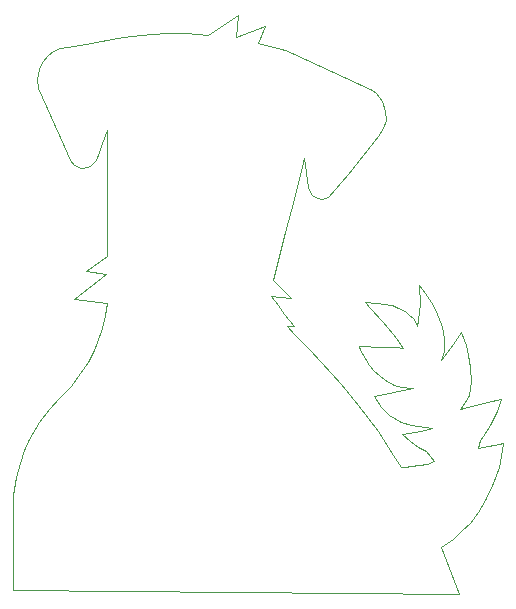
<source format=gbr>
G04 #@! TF.FileFunction,Profile,NP*
%FSLAX46Y46*%
G04 Gerber Fmt 4.6, Leading zero omitted, Abs format (unit mm)*
G04 Created by KiCad (PCBNEW 4.0.7) date 09/19/18 15:31:54*
%MOMM*%
%LPD*%
G01*
G04 APERTURE LIST*
%ADD10C,0.100000*%
G04 APERTURE END LIST*
D10*
X98727528Y-98259439D02*
X98862649Y-98683448D01*
X97531030Y-99271611D02*
X98430442Y-95811789D01*
X107348826Y-119796007D02*
X108054382Y-120281077D01*
X101502895Y-114932854D02*
X99866336Y-113085241D01*
X104645506Y-118890029D02*
X103775193Y-117811695D01*
X107415990Y-121923683D02*
X106910920Y-122004033D01*
X105921470Y-110727651D02*
X106221622Y-111088104D01*
X104288536Y-113819837D02*
X104710856Y-114203119D01*
X106576654Y-122017443D02*
X106576654Y-122017443D01*
X109392705Y-121494220D02*
X108785002Y-121681285D01*
X106607939Y-115202573D02*
X107585978Y-115308224D01*
X106585557Y-118131769D02*
X107462861Y-118448936D01*
X106221622Y-111088104D02*
X106738928Y-111895826D01*
X103172246Y-112104563D02*
X103549831Y-112753836D01*
X95805347Y-106108872D02*
X96804122Y-102067841D01*
X102942339Y-116709501D02*
X101502895Y-114932854D01*
X106702664Y-119174090D02*
X107348826Y-119796007D01*
X104311054Y-115990858D02*
X104876436Y-116886563D01*
X103932245Y-113337519D02*
X104288536Y-113819837D01*
X96723517Y-109010181D02*
X96160183Y-108279996D01*
X106576654Y-122017443D02*
X105921462Y-120955208D01*
X96985118Y-110037171D02*
X97517042Y-110038738D01*
X103045943Y-111694179D02*
X103172246Y-112104563D01*
X104570699Y-108060675D02*
X103531158Y-108025511D01*
X105044829Y-111823222D02*
X103045943Y-111694179D01*
X106171637Y-111855857D02*
X105044829Y-111823222D01*
X104710856Y-114203119D02*
X105230565Y-114609985D01*
X104999641Y-109623748D02*
X105921470Y-110727651D01*
X103549831Y-112753836D02*
X103932245Y-113337519D01*
X97574485Y-110730206D02*
X96985118Y-110037171D01*
X106910920Y-122004033D02*
X106576654Y-122017443D01*
X105593865Y-117573254D02*
X106585557Y-118131769D01*
X106341914Y-108480551D02*
X105808929Y-108292863D01*
X105808929Y-108292863D02*
X105147636Y-108139791D01*
X96160183Y-108279996D02*
X95598969Y-107485777D01*
X103531158Y-108025511D02*
X103989107Y-108552792D01*
X95598969Y-107485777D02*
X97292558Y-107646316D01*
X108054382Y-120281077D02*
X108693792Y-120655903D01*
X109207471Y-118684319D02*
X108274859Y-118891967D01*
X104876436Y-116886563D02*
X105593865Y-117573254D01*
X105230565Y-114609985D02*
X106013623Y-115012072D01*
X103989107Y-108552792D02*
X104999641Y-109623748D01*
X108274859Y-118891967D02*
X106702664Y-119174090D01*
X98430442Y-95811789D02*
X98727528Y-98259439D01*
X96804122Y-102067841D02*
X97531030Y-99271611D01*
X108785002Y-121681285D02*
X107415990Y-121923683D01*
X106738928Y-111895826D02*
X106171637Y-111855857D01*
X105921462Y-120955208D02*
X104645506Y-118890029D01*
X97292558Y-107646316D02*
X95805347Y-106108872D01*
X99866336Y-113085241D02*
X98806527Y-111974304D01*
X107120100Y-108922079D02*
X106908338Y-108782921D01*
X107585978Y-115308224D02*
X104311054Y-115990858D01*
X107462861Y-118448936D02*
X109207471Y-118684319D01*
X108693792Y-120655903D02*
X109392705Y-121494220D01*
X106013623Y-115012072D02*
X106607939Y-115202573D01*
X99486258Y-99204614D02*
X99890941Y-99271010D01*
X97517042Y-110038738D02*
X96723517Y-109010181D01*
X105147636Y-108139791D02*
X104570699Y-108060675D01*
X98806527Y-111974304D02*
X97574485Y-110730206D01*
X106908338Y-108782921D02*
X106341914Y-108480551D01*
X99030730Y-98911408D02*
X99486258Y-99204614D01*
X98862649Y-98683448D02*
X99030730Y-98911408D01*
X103775193Y-117811695D02*
X102942339Y-116709501D01*
X112488291Y-113548536D02*
X112316733Y-112530018D01*
X112046470Y-116450384D02*
X112322534Y-115887785D01*
X114408708Y-123371300D02*
X114863965Y-122016778D01*
X77624853Y-116141716D02*
X76773355Y-117079983D01*
X112417375Y-126678496D02*
X113131390Y-125757951D01*
X111619123Y-117079548D02*
X112046470Y-116450384D01*
X114937220Y-120041026D02*
X113538814Y-120271986D01*
X113892163Y-116471469D02*
X111619123Y-117079548D01*
X75984021Y-118143087D02*
X75132032Y-119616386D01*
X115095235Y-116249818D02*
X113892163Y-116471469D01*
X114742446Y-117231504D02*
X115095235Y-116249818D01*
X113538814Y-120271986D02*
X113093495Y-120338983D01*
X78628134Y-115086006D02*
X77624853Y-116141716D01*
X114149294Y-118450529D02*
X114742446Y-117231504D01*
X80585600Y-112059385D02*
X80141590Y-113085238D01*
X113530784Y-119364629D02*
X114149294Y-118450529D01*
X113253444Y-119649239D02*
X113530784Y-119364629D01*
X115242194Y-119923775D02*
X114937220Y-120041026D01*
X80879335Y-111382572D02*
X80585600Y-112059385D01*
X114863965Y-122016778D02*
X115091664Y-121039954D01*
X113752718Y-124757680D02*
X114408708Y-123371300D01*
X113131390Y-125757951D02*
X113752718Y-124757680D01*
X111524171Y-132721772D02*
X110007774Y-128754558D01*
X73746068Y-129151426D02*
X73746068Y-132396099D01*
X79429179Y-114056758D02*
X78628134Y-115086006D01*
X74017495Y-122839629D02*
X73795595Y-124362819D01*
X73746068Y-126247258D02*
X73746068Y-129151426D01*
X76773355Y-117079983D02*
X75984021Y-118143087D01*
X110007774Y-128754558D02*
X111005382Y-128041504D01*
X107301422Y-109076475D02*
X107120100Y-108922079D01*
X109973901Y-109833444D02*
X109682423Y-109046111D01*
X111715196Y-110518447D02*
X111005382Y-111536878D01*
X73746068Y-132396099D02*
X111524171Y-132721772D01*
X107618505Y-109401681D02*
X107301422Y-109076475D01*
X108629074Y-107221785D02*
X108114721Y-106550577D01*
X110272332Y-111780870D02*
X110250496Y-111169587D01*
X110229846Y-112124990D02*
X110272332Y-111780870D01*
X75132032Y-119616386D02*
X74722228Y-120516835D01*
X111976473Y-111260099D02*
X111715196Y-110518447D01*
X115091664Y-121039954D02*
X115242194Y-119923775D01*
X112322534Y-115887785D02*
X112538601Y-114656013D01*
X107791347Y-109649803D02*
X107618505Y-109401681D01*
X107945972Y-109999041D02*
X107791347Y-109649803D01*
X108059417Y-109563416D02*
X107945972Y-109999041D01*
X113093495Y-120338983D02*
X113253444Y-119649239D01*
X74317213Y-121658703D02*
X74017495Y-122839629D01*
X80141590Y-113085238D02*
X79429179Y-114056758D01*
X108159248Y-108751157D02*
X108059417Y-109563416D01*
X109682423Y-109046111D02*
X109289288Y-108276380D01*
X110019857Y-112952486D02*
X110229846Y-112124990D01*
X111810325Y-127325654D02*
X112417375Y-126678496D01*
X112316733Y-112530018D02*
X112123739Y-111671963D01*
X108175289Y-108215787D02*
X108159248Y-108751157D01*
X112538601Y-114656013D02*
X112488291Y-113548536D01*
X111005382Y-128041504D02*
X111810325Y-127325654D01*
X108114721Y-106550577D02*
X108175289Y-108215787D01*
X74722228Y-120516835D02*
X74317213Y-121658703D01*
X109289288Y-108276380D02*
X108629074Y-107221785D01*
X73795595Y-124362819D02*
X73746068Y-126247258D01*
X110156822Y-110489420D02*
X109973901Y-109833444D01*
X110250496Y-111169587D02*
X110156822Y-110489420D01*
X111005382Y-111536878D02*
X110019857Y-112952486D01*
X112123739Y-111671963D02*
X111976473Y-111260099D01*
X95111031Y-84661330D02*
X92647919Y-85565307D01*
X104191858Y-90034540D02*
X97348472Y-86897617D01*
X94508344Y-86097013D02*
X95111031Y-84661330D01*
X96743750Y-86684018D02*
X94508344Y-86097013D01*
X100393078Y-99146409D02*
X102108485Y-97170226D01*
X92647919Y-85565307D02*
X92825712Y-83709803D01*
X105081235Y-93303925D02*
X105295222Y-92558908D01*
X105295222Y-92558908D02*
X105267129Y-91856384D01*
X90231851Y-85375741D02*
X88394267Y-85256491D01*
X102108485Y-97170226D02*
X104686116Y-93966162D01*
X92825712Y-83709803D02*
X90231851Y-85375741D01*
X97348472Y-86897617D02*
X96743750Y-86684018D01*
X104989208Y-90978135D02*
X104520328Y-90323883D01*
X85439235Y-85287473D02*
X83756775Y-85496785D01*
X86796975Y-85256491D02*
X85439235Y-85287473D01*
X104686116Y-93966162D02*
X105081235Y-93303925D01*
X105267129Y-91856384D02*
X104989208Y-90978135D01*
X104520328Y-90323883D02*
X104191858Y-90034540D01*
X99890941Y-99271010D02*
X100393078Y-99146409D01*
X88394267Y-85256491D02*
X86796975Y-85256491D01*
X81724245Y-108068664D02*
X81563759Y-109106485D01*
X81651138Y-105637494D02*
X78961765Y-107712330D01*
X81563759Y-109106485D02*
X81280000Y-110236000D01*
X78961765Y-107712330D02*
X81724245Y-108068664D01*
X83756775Y-85496785D02*
X82584520Y-85691169D01*
X78617388Y-95984688D02*
X78961765Y-96426522D01*
X75960297Y-88281519D02*
X75818551Y-89102645D01*
X76232653Y-90657591D02*
X77319137Y-93084615D01*
X82584520Y-85691169D02*
X80385277Y-86055849D01*
X77184600Y-86747749D02*
X76726167Y-87092416D01*
X77715420Y-86531658D02*
X77184600Y-86747749D01*
X81012840Y-95317867D02*
X81279055Y-94543422D01*
X79955403Y-105418762D02*
X81651138Y-105637494D01*
X81724245Y-104148886D02*
X79955403Y-105418762D01*
X81724245Y-93442442D02*
X81724245Y-104148886D01*
X75909815Y-89846720D02*
X76232653Y-90657591D01*
X78961765Y-96426522D02*
X79512353Y-96664442D01*
X76250019Y-87672535D02*
X75960297Y-88281519D01*
X80385277Y-96415700D02*
X80746624Y-95971305D01*
X81279055Y-94543422D02*
X81724245Y-93442442D01*
X76726167Y-87092416D02*
X76250019Y-87672535D01*
X80746624Y-95971305D02*
X81012840Y-95317867D01*
X80095978Y-96582909D02*
X80385277Y-96415700D01*
X75818551Y-89102645D02*
X75909815Y-89846720D01*
X77319137Y-93084615D02*
X78083491Y-94792050D01*
X80385277Y-86055849D02*
X78961765Y-86291897D01*
X79512353Y-96664442D02*
X80095978Y-96582909D01*
X78083491Y-94792050D02*
X78617388Y-95984688D01*
X78961765Y-86291897D02*
X77715420Y-86531658D01*
X81280000Y-110236000D02*
X80879335Y-111382572D01*
M02*

</source>
